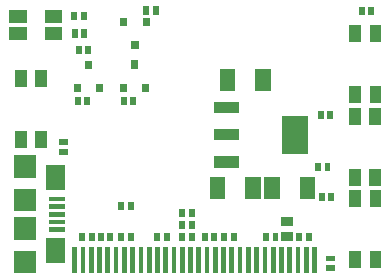
<source format=gbr>
G04 start of page 11 for group -4015 idx -4015 *
G04 Title: (unknown), toppaste *
G04 Creator: pcb 20140316 *
G04 CreationDate: Tue Dec  8 09:12:03 2015 UTC *
G04 For: clemi *
G04 Format: Gerber/RS-274X *
G04 PCB-Dimensions (mil): 1338.58 984.25 *
G04 PCB-Coordinate-Origin: lower left *
%MOIN*%
%FSLAX25Y25*%
%LNTOPPASTE*%
%ADD76R,0.0295X0.0295*%
%ADD75C,0.0001*%
%ADD74R,0.0630X0.0630*%
%ADD73R,0.0374X0.0374*%
%ADD72R,0.0846X0.0846*%
%ADD71R,0.0236X0.0236*%
%ADD70R,0.0433X0.0433*%
%ADD69R,0.0197X0.0197*%
%ADD68R,0.0394X0.0394*%
%ADD67R,0.0157X0.0157*%
%ADD66R,0.0512X0.0512*%
G54D66*X103543Y34646D02*Y32284D01*
X91733Y34646D02*Y32284D01*
G54D67*X25984Y13189D02*Y6102D01*
X28740Y13189D02*Y6102D01*
X31496Y13189D02*Y6102D01*
X34252Y13189D02*Y6102D01*
X37008Y13189D02*Y6102D01*
X39764Y13189D02*Y6102D01*
X42520Y13189D02*Y6102D01*
X45276Y13189D02*Y6102D01*
X48031Y13189D02*Y6102D01*
X50787Y13189D02*Y6102D01*
X53543Y13189D02*Y6102D01*
X56299Y13189D02*Y6102D01*
X59055Y13189D02*Y6102D01*
X61811Y13189D02*Y6102D01*
X64567Y13189D02*Y6102D01*
X67323Y13189D02*Y6102D01*
X70079Y13189D02*Y6102D01*
X72835Y13189D02*Y6102D01*
X75591Y13189D02*Y6102D01*
X78346Y13189D02*Y6102D01*
X81102Y13189D02*Y6102D01*
X83858Y13189D02*Y6102D01*
X86614Y13189D02*Y6102D01*
X89370Y13189D02*Y6102D01*
X92126Y13189D02*Y6102D01*
X94882Y13189D02*Y6102D01*
X97638Y13189D02*Y6102D01*
X100394Y13189D02*Y6102D01*
X103150Y13189D02*Y6102D01*
X105906Y13189D02*Y6102D01*
G54D68*X126220Y10748D02*Y8976D01*
X119528Y10748D02*Y8976D01*
Y31024D02*Y29252D01*
X126220Y31024D02*Y29252D01*
G54D69*X29134Y85432D02*Y84646D01*
X25986Y85432D02*Y84646D01*
G54D70*X6339Y90827D02*X7913D01*
X18150D02*X19724D01*
X18150Y84921D02*X19724D01*
X6339D02*X7913D01*
G54D71*X34331Y66969D02*Y66575D01*
X26850Y66969D02*Y66575D01*
X30591Y74843D02*Y74449D01*
G54D69*X30511Y79960D02*Y79174D01*
X27363Y79960D02*Y79174D01*
X28976Y91180D02*Y90394D01*
X25828Y91180D02*Y90394D01*
G54D71*X49724Y67047D02*Y66654D01*
X42244Y67047D02*Y66654D01*
X45984Y74921D02*Y74528D01*
X42323Y89173D02*Y88780D01*
X49803Y89173D02*Y88780D01*
X46063Y81299D02*Y80906D01*
G54D69*X49804Y93110D02*Y92324D01*
X52952Y93110D02*Y92324D01*
X26970Y62991D02*Y62205D01*
X30118Y62991D02*Y62205D01*
X42324Y62991D02*Y62205D01*
X45472Y62991D02*Y62205D01*
X110827Y6891D02*X111613D01*
X110827Y10039D02*X111613D01*
G54D72*X99409Y53425D02*Y49094D01*
G54D73*X74213Y60315D02*X78937D01*
X74213Y51260D02*X78937D01*
X74213Y42205D02*X78937D01*
G54D66*X88700Y70709D02*Y68347D01*
X76890Y70709D02*Y68347D01*
G54D69*X61812Y21653D02*Y20867D01*
X64960Y21653D02*Y20867D01*
X89765Y17716D02*Y16930D01*
X92913Y17716D02*Y16930D01*
X103937Y17716D02*Y16930D01*
X100789Y17716D02*Y16930D01*
X56691Y17519D02*Y16733D01*
X53543Y17519D02*Y16733D01*
X78936Y17519D02*Y16733D01*
X75788Y17519D02*Y16733D01*
X69292Y17519D02*Y16733D01*
X72440Y17519D02*Y16733D01*
X44683Y17714D02*Y16928D01*
X41535Y17714D02*Y16928D01*
X31691Y17716D02*Y16930D01*
X28543Y17716D02*Y16930D01*
X37794Y17716D02*Y16930D01*
X34646Y17716D02*Y16930D01*
X61812Y17519D02*Y16733D01*
X64960Y17519D02*Y16733D01*
X61811Y25590D02*Y24804D01*
X64959Y25590D02*Y24804D01*
X108071Y58267D02*Y57481D01*
X111219Y58267D02*Y57481D01*
X108346Y30905D02*Y30119D01*
X111494Y30905D02*Y30119D01*
G54D68*X126220Y65551D02*Y63780D01*
X119528Y65551D02*Y63780D01*
Y85827D02*Y84055D01*
X126220Y85827D02*Y84055D01*
G54D69*X121654Y92913D02*Y92127D01*
X124802Y92913D02*Y92127D01*
X21851Y45669D02*X22637D01*
X21851Y48817D02*X22637D01*
X110235Y40944D02*Y40158D01*
X107087Y40944D02*Y40158D01*
X44685Y27952D02*Y27166D01*
X41537Y27952D02*Y27166D01*
G54D67*X18110Y29921D02*X21850D01*
X18110Y27362D02*X21850D01*
X18110Y24803D02*X21850D01*
X18110Y22244D02*X21850D01*
X18110Y19685D02*X21850D01*
G54D74*X19488Y37992D02*Y36024D01*
Y13583D02*Y11614D01*
G54D75*G36*
X5709Y44488D02*Y37008D01*
X13189D01*
Y44488D01*
X5709D01*
G37*
G36*
Y33268D02*Y25787D01*
X13189D01*
Y33268D01*
X5709D01*
G37*
G36*
Y23819D02*Y16339D01*
X13189D01*
Y23819D01*
X5709D01*
G37*
G36*
Y12598D02*Y5118D01*
X13189D01*
Y12598D01*
X5709D01*
G37*
G54D68*X8150Y70984D02*Y69213D01*
X14843Y70984D02*Y69213D01*
Y50709D02*Y48937D01*
X8150Y50709D02*Y48937D01*
X126181Y37992D02*Y36220D01*
X119488Y37992D02*Y36220D01*
Y58268D02*Y56496D01*
X126181Y58268D02*Y56496D01*
G54D76*X96358Y22441D02*X97342D01*
X96358Y17323D02*X97342D01*
G54D66*X73623Y34646D02*Y32284D01*
X85433Y34646D02*Y32284D01*
M02*

</source>
